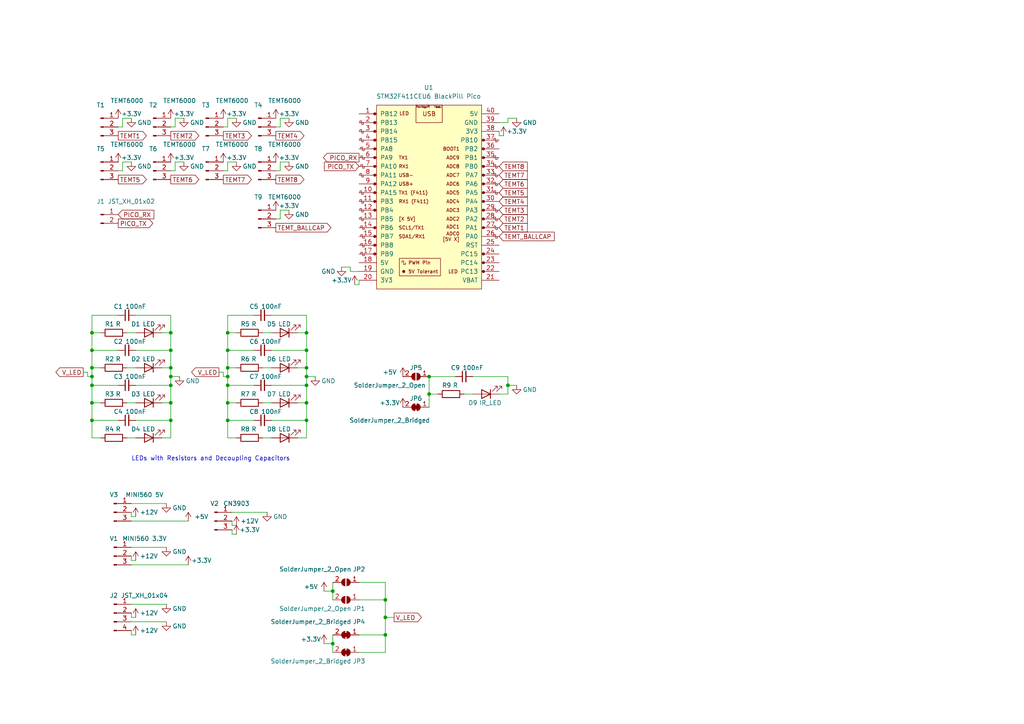
<source format=kicad_sch>
(kicad_sch (version 20230121) (generator eeschema)
  (paper "A4")
  (lib_symbols
    (symbol "Connector:Conn_01x02_Pin" (pin_names (offset 1.016) hide)
      (property "Reference" "J" (at 0 2.54 0))
      (property "Value" "Conn_01x02_Pin" (at 0 -5.08 0))
      (symbol "Conn_01x02_Pin_1_1"
        (polyline (pts (xy 1.27 -2.54) (xy 0.8636 -2.54)) (stroke (width 0.1524)))
        (polyline (pts (xy 1.27 0) (xy 0.8636 0)) (stroke (width 0.1524)))
        (rectangle (start 0.8636 -2.413) (end 0 -2.667) (stroke (width 0.1524)) (fill (type outline)))
        (rectangle (start 0.8636 0.127) (end 0 -0.127) (stroke (width 0.1524)) (fill (type outline)))
        (pin passive line (at 5.08 0 180) (length 3.81) (name "Pin_1") (number "1"))
        (pin passive line (at 5.08 -2.54 180) (length 3.81) (name "Pin_2") (number "2"))
      )
    )
    (symbol "Connector:Conn_01x03_Pin" (pin_names (offset 1.016) hide)
      (property "Reference" "J" (at 0 5.08 0))
      (property "Value" "Conn_01x03_Pin" (at 0 -5.08 0))
      (symbol "Conn_01x03_Pin_1_1"
        (polyline (pts (xy 1.27 -2.54) (xy 0.8636 -2.54)) (stroke (width 0.1524)))
        (polyline (pts (xy 1.27 0) (xy 0.8636 0)) (stroke (width 0.1524)))
        (polyline (pts (xy 1.27 2.54) (xy 0.8636 2.54)) (stroke (width 0.1524)))
        (rectangle (start 0.8636 -2.413) (end 0 -2.667) (stroke (width 0.1524)) (fill (type outline)))
        (rectangle (start 0.8636 0.127) (end 0 -0.127) (stroke (width 0.1524)) (fill (type outline)))
        (rectangle (start 0.8636 2.667) (end 0 2.413) (stroke (width 0.1524)) (fill (type outline)))
        (pin passive line (at 5.08 2.54 180) (length 3.81) (name "Pin_1") (number "1"))
        (pin passive line (at 5.08 0 180) (length 3.81) (name "Pin_2") (number "2"))
        (pin passive line (at 5.08 -2.54 180) (length 3.81) (name "Pin_3") (number "3"))
      )
    )
    (symbol "Connector:Conn_01x04_Pin" (pin_names (offset 1.016) hide)
      (property "Reference" "J" (at 0 5.08 0))
      (property "Value" "Conn_01x04_Pin" (at 0 -7.62 0))
      (symbol "Conn_01x04_Pin_1_1"
        (polyline (pts (xy 1.27 -5.08) (xy 0.8636 -5.08)) (stroke (width 0.1524)))
        (polyline (pts (xy 1.27 -2.54) (xy 0.8636 -2.54)) (stroke (width 0.1524)))
        (polyline (pts (xy 1.27 0) (xy 0.8636 0)) (stroke (width 0.1524)))
        (polyline (pts (xy 1.27 2.54) (xy 0.8636 2.54)) (stroke (width 0.1524)))
        (rectangle (start 0.8636 -4.953) (end 0 -5.207) (stroke (width 0.1524)) (fill (type outline)))
        (rectangle (start 0.8636 -2.413) (end 0 -2.667) (stroke (width 0.1524)) (fill (type outline)))
        (rectangle (start 0.8636 0.127) (end 0 -0.127) (stroke (width 0.1524)) (fill (type outline)))
        (rectangle (start 0.8636 2.667) (end 0 2.413) (stroke (width 0.1524)) (fill (type outline)))
        (pin passive line (at 5.08 2.54 180) (length 3.81) (name "Pin_1") (number "1"))
        (pin passive line (at 5.08 0 180) (length 3.81) (name "Pin_2") (number "2"))
        (pin passive line (at 5.08 -2.54 180) (length 3.81) (name "Pin_3") (number "3"))
        (pin passive line (at 5.08 -5.08 180) (length 3.81) (name "Pin_4") (number "4"))
      )
    )
    (symbol "Device:C_Small" (pin_numbers hide) (pin_names (offset 0.254) hide)
      (property "Reference" "C" (at 0.254 1.778 0))
      (property "Value" "C_Small" (at 0.254 -2.032 0))
      (symbol "C_Small_0_1"
        (polyline (pts (xy -1.524 -0.508) (xy 1.524 -0.508)) (stroke (width 0.3302)))
        (polyline (pts (xy -1.524 0.508) (xy 1.524 0.508)) (stroke (width 0.3048)))
      )
      (symbol "C_Small_1_1"
        (pin passive line (at 0 2.54 270) (length 2.032) (name "~") (number "1"))
        (pin passive line (at 0 -2.54 90) (length 2.032) (name "~") (number "2"))
      )
    )
    (symbol "Device:LED" (pin_numbers hide) (pin_names (offset 1.016) hide)
      (property "Reference" "D" (at 0 2.54 0))
      (property "Value" "LED" (at 0 -2.54 0))
      (symbol "LED_0_1"
        (polyline (pts (xy -1.27 -1.27) (xy -1.27 1.27)) (stroke (width 0.254)))
        (polyline (pts (xy -1.27 0) (xy 1.27 0)))
        (polyline (pts (xy 1.27 -1.27) (xy 1.27 1.27) (xy -1.27 0) (xy 1.27 -1.27)) (stroke (width 0.254)))
        (polyline (pts (xy -3.048 -0.762) (xy -4.572 -2.286) (xy -3.81 -2.286) (xy -4.572 -2.286) (xy -4.572 -1.524)))
        (polyline (pts (xy -1.778 -0.762) (xy -3.302 -2.286) (xy -2.54 -2.286) (xy -3.302 -2.286) (xy -3.302 -1.524)))
      )
      (symbol "LED_1_1"
        (pin passive line (at -3.81 0 0) (length 2.54) (name "K") (number "1"))
        (pin passive line (at 3.81 0 180) (length 2.54) (name "A") (number "2"))
      )
    )
    (symbol "Device:R" (pin_numbers hide) (pin_names (offset 0))
      (property "Reference" "R" (at 2.032 0 90))
      (property "Value" "R" (at 0 0 90))
      (symbol "R_0_1"
        (rectangle (start -1.016 -2.54) (end 1.016 2.54) (stroke (width 0.254)))
      )
      (symbol "R_1_1"
        (pin passive line (at 0 3.81 270) (length 1.27) (name "~") (number "1"))
        (pin passive line (at 0 -3.81 90) (length 1.27) (name "~") (number "2"))
      )
    )
    (symbol "Jumper:SolderJumper_2_Bridged" (pin_names (offset 0) hide)
      (property "Reference" "JP" (at 0 2.032 0))
      (property "Value" "SolderJumper_2_Bridged" (at 0 -2.54 0))
      (symbol "SolderJumper_2_Bridged_0_1"
        (rectangle (start -0.508 0.508) (end 0.508 -0.508) (fill (type outline)))
        (arc (start -0.254 1.016) (mid -1.2656 0) (end -0.254 -1.016))
        (arc (start -0.254 1.016) (mid -1.2656 0) (end -0.254 -1.016) (fill (type outline)))
        (polyline (pts (xy -0.254 1.016) (xy -0.254 -1.016)))
        (polyline (pts (xy 0.254 1.016) (xy 0.254 -1.016)))
        (arc (start 0.254 -1.016) (mid 1.2656 0) (end 0.254 1.016))
        (arc (start 0.254 -1.016) (mid 1.2656 0) (end 0.254 1.016) (fill (type outline)))
      )
      (symbol "SolderJumper_2_Bridged_1_1"
        (pin passive line (at -3.81 0 0) (length 2.54) (name "A") (number "1"))
        (pin passive line (at 3.81 0 180) (length 2.54) (name "B") (number "2"))
      )
    )
    (symbol "Jumper:SolderJumper_2_Open" (pin_names (offset 0) hide)
      (property "Reference" "JP" (at 0 2.032 0))
      (property "Value" "SolderJumper_2_Open" (at 0 -2.54 0))
      (symbol "SolderJumper_2_Open_0_1"
        (arc (start -0.254 1.016) (mid -1.2656 0) (end -0.254 -1.016))
        (arc (start -0.254 1.016) (mid -1.2656 0) (end -0.254 -1.016) (fill (type outline)))
        (polyline (pts (xy -0.254 1.016) (xy -0.254 -1.016)))
        (polyline (pts (xy 0.254 1.016) (xy 0.254 -1.016)))
        (arc (start 0.254 -1.016) (mid 1.2656 0) (end 0.254 1.016))
        (arc (start 0.254 -1.016) (mid 1.2656 0) (end 0.254 1.016) (fill (type outline)))
      )
      (symbol "SolderJumper_2_Open_1_1"
        (pin passive line (at -3.81 0 0) (length 2.54) (name "A") (number "1"))
        (pin passive line (at 3.81 0 180) (length 2.54) (name "B") (number "2"))
      )
    )
    (symbol "RCJ:STM32F411CEU6 WeAct BlackPill Pico" (pin_names (offset 1.016))
      (property "Reference" "U" (at -13.97 24.13 0))
      (property "Value" "STM32F411CEU6 BlackPill Pico" (at 0 -3.81 90))
      (symbol "STM32F411CEU6 WeAct BlackPill Pico_0_0"
        (circle (center -15.748 -20.32) (radius 0.3556) (fill (type outline)))
        (circle (center -15.748 -17.78) (radius 0.3556) (fill (type outline)))
        (circle (center -15.748 -15.24) (radius 0.3556) (fill (type outline)))
        (circle (center -15.748 -12.7) (radius 0.3556) (fill (type outline)))
        (circle (center -15.748 -7.62) (radius 0.3556) (fill (type outline)))
        (circle (center -15.748 -5.08) (radius 0.3556) (fill (type outline)))
        (circle (center -15.748 -2.54) (radius 0.3556) (fill (type outline)))
        (circle (center -15.748 0) (radius 0.3556) (fill (type outline)))
        (circle (center -15.748 2.54) (radius 0.3556) (fill (type outline)))
        (circle (center -15.748 5.08) (radius 0.3556) (fill (type outline)))
        (circle (center -15.748 7.62) (radius 0.3556) (fill (type outline)))
        (circle (center -15.748 10.16) (radius 0.3556) (fill (type outline)))
        (circle (center -15.748 12.7) (radius 0.3556) (fill (type outline)))
        (circle (center -15.748 15.24) (radius 0.3556) (fill (type outline)))
        (circle (center -15.748 20.32) (radius 0.3556) (fill (type outline)))
        (circle (center -7.366 -25.4) (radius 0.3556) (fill (type outline)))
        (circle (center 15.748 -25.4) (radius 0.3556) (fill (type outline)))
        (circle (center 15.748 -22.86) (radius 0.3556) (fill (type outline)))
        (circle (center 15.748 -20.32) (radius 0.3556) (fill (type outline)))
        (circle (center 15.748 -12.7) (radius 0.3556) (fill (type outline)))
        (circle (center 15.748 -10.16) (radius 0.3556) (fill (type outline)))
        (circle (center 15.748 -7.62) (radius 0.3556) (fill (type outline)))
        (circle (center 15.748 -5.08) (radius 0.3556) (fill (type outline)))
        (circle (center 15.748 -2.54) (radius 0.3556) (fill (type outline)))
        (circle (center 15.748 0) (radius 0.3556) (fill (type outline)))
        (circle (center 15.748 2.54) (radius 0.3556) (fill (type outline)))
        (circle (center 15.748 5.08) (radius 0.3556) (fill (type outline)))
        (circle (center 15.748 7.62) (radius 0.3556) (fill (type outline)))
        (circle (center 15.748 10.16) (radius 0.254) (fill (type outline)))
        (circle (center 15.748 10.16) (radius 0.3556))
        (circle (center 15.748 12.7) (radius 0.254) (fill (type outline)))
        (circle (center 15.748 12.7) (radius 0.3556))
        (text "LED" (at -7.239 20.447 0) (effects (font (size 0.9906 0.9906))))
        (text "USB" (at 0 20.32 0) (effects (font (size 1.27 1.27))))
        (text "Y@@J" (at 2.54 22.352 0) (effects (font (size 0.508 0.508))))
      )
      (symbol "STM32F411CEU6 WeAct BlackPill Pico_0_1"
        (rectangle (start -15.24 22.86) (end 15.24 -30.48) (fill (type background)))
        (rectangle (start -3.81 22.86) (end 3.81 17.78))
        (polyline (pts (xy -19.05 -10.16) (xy -19.05 -10.668) (xy -19.558 -10.668) (xy -19.558 -9.652) (xy -20.066 -9.652) (xy -20.066 -10.16)))
        (polyline (pts (xy -19.05 -7.62) (xy -19.05 -8.128) (xy -19.558 -8.128) (xy -19.558 -7.112) (xy -20.066 -7.112) (xy -20.066 -7.62)))
        (polyline (pts (xy -19.05 -5.08) (xy -19.05 -5.588) (xy -19.558 -5.588) (xy -19.558 -4.572) (xy -20.066 -4.572) (xy -20.066 -5.08)))
        (polyline (pts (xy -19.05 -2.54) (xy -19.05 -3.048) (xy -19.558 -3.048) (xy -19.558 -2.032) (xy -20.066 -2.032) (xy -20.066 -2.54)))
        (polyline (pts (xy -19.05 2.54) (xy -19.05 2.032) (xy -19.558 2.032) (xy -19.558 3.048) (xy -20.066 3.048) (xy -20.066 2.54)))
        (polyline (pts (xy -19.05 12.7) (xy -19.05 12.192) (xy -19.558 12.192) (xy -19.558 13.208) (xy -20.066 13.208) (xy -20.066 12.7)))
        (polyline (pts (xy -19.05 15.24) (xy -19.05 14.732) (xy -19.558 14.732) (xy -19.558 15.748) (xy -20.066 15.748) (xy -20.066 15.24)))
        (polyline (pts (xy -19.05 17.78) (xy -19.05 17.272) (xy -19.558 17.272) (xy -19.558 18.288) (xy -20.066 18.288) (xy -20.066 17.78)))
        (polyline (pts (xy -18.796 -20.32) (xy -18.796 -20.828) (xy -19.304 -20.828) (xy -19.304 -19.812) (xy -19.812 -19.812) (xy -19.812 -20.32)))
        (polyline (pts (xy -18.796 -17.78) (xy -18.796 -18.288) (xy -19.304 -18.288) (xy -19.304 -17.272) (xy -19.812 -17.272) (xy -19.812 -17.78)))
        (polyline (pts (xy -18.796 -15.24) (xy -18.796 -15.748) (xy -19.304 -15.748) (xy -19.304 -14.732) (xy -19.812 -14.732) (xy -19.812 -15.24)))
        (polyline (pts (xy -18.796 -12.7) (xy -18.796 -13.208) (xy -19.304 -13.208) (xy -19.304 -12.192) (xy -19.812 -12.192) (xy -19.812 -12.7)))
        (polyline (pts (xy -18.796 5.08) (xy -18.796 4.572) (xy -19.304 4.572) (xy -19.304 5.588) (xy -19.812 5.588) (xy -19.812 5.08)))
        (polyline (pts (xy -18.796 7.62) (xy -18.796 7.112) (xy -19.304 7.112) (xy -19.304 8.128) (xy -19.812 8.128) (xy -19.812 7.62)))
        (polyline (pts (xy -18.796 10.16) (xy -18.796 9.652) (xy -19.304 9.652) (xy -19.304 10.668) (xy -19.812 10.668) (xy -19.812 10.16)))
        (polyline (pts (xy -6.858 -22.86) (xy -6.858 -23.368) (xy -7.366 -23.368) (xy -7.366 -22.352) (xy -7.874 -22.352) (xy -7.874 -22.86)))
        (polyline (pts (xy 19.812 -15.24) (xy 19.812 -15.748) (xy 19.304 -15.748) (xy 19.304 -14.732) (xy 18.796 -14.732) (xy 18.796 -15.24)))
        (polyline (pts (xy 19.812 -12.7) (xy 19.812 -13.208) (xy 19.304 -13.208) (xy 19.304 -12.192) (xy 18.796 -12.192) (xy 18.796 -12.7)))
        (polyline (pts (xy 19.812 -10.16) (xy 19.812 -10.668) (xy 19.304 -10.668) (xy 19.304 -9.652) (xy 18.796 -9.652) (xy 18.796 -10.16)))
        (polyline (pts (xy 19.812 -7.62) (xy 19.812 -8.128) (xy 19.304 -8.128) (xy 19.304 -7.112) (xy 18.796 -7.112) (xy 18.796 -7.62)))
        (polyline (pts (xy 19.812 -2.54) (xy 19.812 -3.048) (xy 19.304 -3.048) (xy 19.304 -2.032) (xy 18.796 -2.032) (xy 18.796 -2.54)))
        (polyline (pts (xy 19.812 0) (xy 19.812 -0.508) (xy 19.304 -0.508) (xy 19.304 0.508) (xy 18.796 0.508) (xy 18.796 0)))
        (polyline (pts (xy 19.812 2.54) (xy 19.812 2.032) (xy 19.304 2.032) (xy 19.304 3.048) (xy 18.796 3.048) (xy 18.796 2.54)))
        (polyline (pts (xy 19.812 5.08) (xy 19.812 4.572) (xy 19.304 4.572) (xy 19.304 5.588) (xy 18.796 5.588) (xy 18.796 5.08)))
        (polyline (pts (xy 19.812 7.62) (xy 19.812 7.112) (xy 19.304 7.112) (xy 19.304 8.128) (xy 18.796 8.128) (xy 18.796 7.62)))
        (polyline (pts (xy 19.812 12.7) (xy 19.812 12.192) (xy 19.304 12.192) (xy 19.304 13.208) (xy 18.796 13.208) (xy 18.796 12.7)))
      )
      (symbol "STM32F411CEU6 WeAct BlackPill Pico_1_0"
        (rectangle (start -8.636 -21.59) (end 3.302 -26.67))
        (text "5V Tolerant" (at -6.096 -25.4 0) (effects (font (size 0.9906 0.9906)) (justify left)))
        (text "[X 5V]" (at -8.89 -10.16 0) (effects (font (size 0.9906 0.9906)) (justify left)))
        (text "ADC0\n[5V X]" (at 8.89 -15.24 0) (effects (font (size 0.9906 0.9906)) (justify right)))
        (text "ADC1" (at 8.89 -12.446 0) (effects (font (size 0.9906 0.9906)) (justify right)))
        (text "ADC2" (at 8.89 -10.16 0) (effects (font (size 0.9906 0.9906)) (justify right)))
        (text "ADC3" (at 8.89 -7.62 0) (effects (font (size 0.9906 0.9906)) (justify right)))
        (text "ADC4" (at 8.89 -5.08 0) (effects (font (size 0.9906 0.9906)) (justify right)))
        (text "ADC5" (at 8.89 -2.54 0) (effects (font (size 0.9906 0.9906)) (justify right)))
        (text "ADC6" (at 8.89 0 0) (effects (font (size 0.9906 0.9906)) (justify right)))
        (text "ADC7" (at 8.89 2.54 0) (effects (font (size 0.9906 0.9906)) (justify right)))
        (text "ADC8" (at 8.89 5.08 0) (effects (font (size 0.9906 0.9906)) (justify right)))
        (text "ADC9" (at 8.89 7.62 0) (effects (font (size 0.9906 0.9906)) (justify right)))
        (text "BOOT1" (at 8.89 10.16 0) (effects (font (size 0.9906 0.9906)) (justify right)))
        (text "LED" (at 8.382 -25.4 0) (effects (font (size 0.9906 0.9906)) (justify right)))
        (text "PorridgePi" (at -1.778 22.352 0) (effects (font (size 0.508 0.508))))
        (text "PWM Pin" (at -6.096 -22.86 0) (effects (font (size 0.9906 0.9906)) (justify left)))
        (text "RX1\n" (at -8.89 5.08 0) (effects (font (size 0.9906 0.9906)) (justify left)))
        (text "RX1 (F411)" (at -8.89 -5.08 0) (effects (font (size 0.9906 0.9906)) (justify left)))
        (text "SCL1/TX1" (at -8.89 -12.7 0) (effects (font (size 0.9906 0.9906)) (justify left)))
        (text "SDA1/RX1" (at -8.89 -15.24 0) (effects (font (size 0.9906 0.9906)) (justify left)))
        (text "TX1\n" (at -8.89 7.62 0) (effects (font (size 0.9906 0.9906)) (justify left)))
        (text "TX1 (F411)\n" (at -8.89 -2.54 0) (effects (font (size 0.9906 0.9906)) (justify left)))
        (text "USB+" (at -8.89 0 0) (effects (font (size 0.9906 0.9906)) (justify left)))
        (text "USB-" (at -8.89 2.54 0) (effects (font (size 0.9906 0.9906)) (justify left)))
      )
      (symbol "STM32F411CEU6 WeAct BlackPill Pico_1_1"
        (circle (center -15.748 17.78) (radius 0.3556) (fill (type outline)))
        (pin bidirectional line (at -20.32 20.32 0) (length 5.08) (name "PB12") (number "1"))
        (pin bidirectional line (at -20.32 -2.54 0) (length 5.08) (name "PA15") (number "10"))
        (pin bidirectional line (at -20.32 -5.08 0) (length 5.08) (name "PB3") (number "11"))
        (pin bidirectional line (at -20.32 -7.62 0) (length 5.08) (name "PB4") (number "12"))
        (pin bidirectional line (at -20.32 -10.16 0) (length 5.08) (name "PB5") (number "13"))
        (pin bidirectional line (at -20.32 -12.7 0) (length 5.08) (name "PB6") (number "14"))
        (pin bidirectional line (at -20.32 -15.24 0) (length 5.08) (name "PB7") (number "15"))
        (pin bidirectional line (at -20.32 -17.78 0) (length 5.08) (name "PB8") (number "16"))
        (pin bidirectional line (at -20.32 -20.32 0) (length 5.08) (name "PB9") (number "17"))
        (pin power_in line (at -20.32 -22.86 0) (length 5.08) (name "5V") (number "18"))
        (pin power_in line (at -20.32 -25.4 0) (length 5.08) (name "GND") (number "19"))
        (pin bidirectional line (at -20.32 17.78 0) (length 5.08) (name "PB13") (number "2"))
        (pin power_in line (at -20.32 -27.94 0) (length 5.08) (name "3V3") (number "20"))
        (pin power_in line (at 20.32 -27.94 180) (length 5.08) (name "VBAT") (number "21"))
        (pin bidirectional line (at 20.32 -25.4 180) (length 5.08) (name "PC13") (number "22"))
        (pin bidirectional line (at 20.32 -22.86 180) (length 5.08) (name "PC14") (number "23"))
        (pin bidirectional line (at 20.32 -20.32 180) (length 5.08) (name "PC15") (number "24"))
        (pin input line (at 20.32 -17.78 180) (length 5.08) (name "RST") (number "25"))
        (pin bidirectional line (at 20.32 -15.24 180) (length 5.08) (name "PA0") (number "26"))
        (pin bidirectional line (at 20.32 -12.7 180) (length 5.08) (name "PA1") (number "27"))
        (pin bidirectional line (at 20.32 -10.16 180) (length 5.08) (name "PA2") (number "28"))
        (pin bidirectional line (at 20.32 -7.62 180) (length 5.08) (name "PA3") (number "29"))
        (pin bidirectional line (at -20.32 15.24 0) (length 5.08) (name "PB14") (number "3"))
        (pin bidirectional line (at 20.32 -5.08 180) (length 5.08) (name "PA4") (number "30"))
        (pin bidirectional line (at 20.32 -2.54 180) (length 5.08) (name "PA5") (number "31"))
        (pin bidirectional line (at 20.32 0 180) (length 5.08) (name "PA6") (number "32"))
        (pin bidirectional line (at 20.32 2.54 180) (length 5.08) (name "PA7") (number "33"))
        (pin bidirectional line (at 20.32 5.08 180) (length 5.08) (name "PB0") (number "34"))
        (pin bidirectional line (at 20.32 7.62 180) (length 5.08) (name "PB1") (number "35"))
        (pin bidirectional line (at 20.32 10.16 180) (length 5.08) (name "PB2") (number "36"))
        (pin bidirectional line (at 20.32 12.7 180) (length 5.08) (name "PB10") (number "37"))
        (pin power_in line (at 20.32 15.24 180) (length 5.08) (name "3V3") (number "38"))
        (pin power_in line (at 20.32 17.78 180) (length 5.08) (name "GND") (number "39"))
        (pin bidirectional line (at -20.32 12.7 0) (length 5.08) (name "PB15") (number "4"))
        (pin power_in line (at 20.32 20.32 180) (length 5.08) (name "5V") (number "40"))
        (pin bidirectional line (at -20.32 10.16 0) (length 5.08) (name "PA8") (number "5"))
        (pin bidirectional line (at -20.32 7.62 0) (length 5.08) (name "PA9") (number "6"))
        (pin bidirectional line (at -20.32 5.08 0) (length 5.08) (name "PA10") (number "7"))
        (pin bidirectional line (at -20.32 2.54 0) (length 5.08) (name "PA11") (number "8"))
        (pin bidirectional line (at -20.32 0 0) (length 5.08) (name "PA12") (number "9"))
      )
    )
    (symbol "power:+12V" (power) (pin_names (offset 0))
      (property "Value" "+12V" (at 0 3.556 0))
      (symbol "+12V_0_1"
        (polyline (pts (xy -0.762 1.27) (xy 0 2.54)))
        (polyline (pts (xy 0 0) (xy 0 2.54)))
        (polyline (pts (xy 0 2.54) (xy 0.762 1.27)))
      )
      (symbol "+12V_1_1"
        (pin power_in line (at 0 0 90) (length 0) hide (name "+12V") (number "1"))
      )
    )
    (symbol "power:+3.3V" (power) (pin_names (offset 0))
      (property "Value" "+3.3V" (at 0 3.556 0))
      (symbol "+3.3V_0_1"
        (polyline (pts (xy -0.762 1.27) (xy 0 2.54)))
        (polyline (pts (xy 0 0) (xy 0 2.54)))
        (polyline (pts (xy 0 2.54) (xy 0.762 1.27)))
      )
      (symbol "+3.3V_1_1"
        (pin power_in line (at 0 0 90) (length 0) hide (name "+3.3V") (number "1"))
      )
    )
    (symbol "power:+5V" (power) (pin_names (offset 0))
      (property "Value" "+5V" (at 0 3.556 0))
      (symbol "+5V_0_1"
        (polyline (pts (xy -0.762 1.27) (xy 0 2.54)))
        (polyline (pts (xy 0 0) (xy 0 2.54)))
        (polyline (pts (xy 0 2.54) (xy 0.762 1.27)))
      )
      (symbol "+5V_1_1"
        (pin power_in line (at 0 0 90) (length 0) hide (name "+5V") (number "1"))
      )
    )
    (symbol "power:GND" (power) (pin_names (offset 0))
      (property "Value" "GND" (at 0 -3.81 0))
      (symbol "GND_0_1"
        (polyline (pts (xy 0 0) (xy 0 -1.27) (xy 1.27 -1.27) (xy 0 -2.54) (xy -1.27 -1.27) (xy 0 -1.27)))
      )
      (symbol "GND_1_1"
        (pin power_in line (at 0 0 270) (length 0) hide (name "GND") (number "1"))
      )
    )
  )
  (junction (at 66.04 111.76))
  (junction (at 111.76 184.15))
  (junction (at 124.46 114.3))
  (junction (at 66.04 96.52))
  (junction (at 26.67 106.68))
  (junction (at 26.67 101.6))
  (junction (at 49.53 111.76))
  (junction (at 88.9 101.6))
  (junction (at 66.04 101.6))
  (junction (at 66.04 106.68))
  (junction (at 66.04 121.92))
  (junction (at 26.67 121.92))
  (junction (at 111.76 179.07))
  (junction (at 96.52 171.45))
  (junction (at 88.9 111.76))
  (junction (at 49.53 101.6))
  (junction (at 66.04 109.22))
  (junction (at 49.53 96.52))
  (junction (at 96.52 186.69))
  (junction (at 49.53 121.92))
  (junction (at 88.9 116.84))
  (junction (at 88.9 106.68))
  (junction (at 49.53 106.68))
  (junction (at 26.67 116.84))
  (junction (at 88.9 96.52))
  (junction (at 124.46 109.22))
  (junction (at 26.67 109.22))
  (junction (at 26.67 111.76))
  (junction (at 49.53 116.84))
  (junction (at 49.53 109.22))
  (junction (at 147.32 111.76))
  (junction (at 88.9 109.22))
  (junction (at 66.04 116.84))
  (junction (at 111.76 173.99))
  (junction (at 88.9 121.92))
  (junction (at 26.67 96.52))
  (wire (pts (xy 39.37 179.07) (xy 38.1 179.07)))
  (wire (pts (xy 36.83 96.52) (xy 39.37 96.52)))
  (wire (pts (xy 46.99 127) (xy 49.53 127)))
  (wire (pts (xy 80.01 36.83) (xy 81.28 36.83)))
  (wire (pts (xy 101.6 78.74) (xy 104.14 78.74)))
  (wire (pts (xy 88.9 101.6) (xy 88.9 96.52)))
  (wire (pts (xy 26.67 106.68) (xy 29.21 106.68)))
  (wire (pts (xy 38.1 162.56) (xy 38.1 161.29)))
  (wire (pts (xy 147.32 34.29) (xy 147.32 35.56)))
  (wire (pts (xy 39.37 184.15) (xy 38.1 184.15)))
  (wire (pts (xy 80.01 63.5) (xy 81.28 63.5)))
  (wire (pts (xy 38.1 149.86) (xy 38.1 148.59)))
  (wire (pts (xy 66.04 46.99) (xy 68.58 46.99)))
  (wire (pts (xy 26.67 127) (xy 29.21 127)))
  (wire (pts (xy 96.52 171.45) (xy 96.52 173.99)))
  (wire (pts (xy 147.32 35.56) (xy 144.78 35.56)))
  (wire (pts (xy 101.6 78.74) (xy 101.6 77.47)))
  (wire (pts (xy 134.62 114.3) (xy 137.16 114.3)))
  (wire (pts (xy 46.99 106.68) (xy 49.53 106.68)))
  (wire (pts (xy 104.14 189.23) (xy 111.76 189.23)))
  (wire (pts (xy 78.74 91.44) (xy 88.9 91.44)))
  (wire (pts (xy 81.28 34.29) (xy 83.82 34.29)))
  (wire (pts (xy 39.37 101.6) (xy 49.53 101.6)))
  (wire (pts (xy 66.04 91.44) (xy 73.66 91.44)))
  (wire (pts (xy 26.67 121.92) (xy 34.29 121.92)))
  (wire (pts (xy 96.52 171.45) (xy 93.98 171.45)))
  (wire (pts (xy 38.1 146.05) (xy 48.26 146.05)))
  (wire (pts (xy 34.29 49.53) (xy 35.56 49.53)))
  (wire (pts (xy 81.28 46.99) (xy 83.82 46.99)))
  (wire (pts (xy 49.53 121.92) (xy 49.53 127)))
  (wire (pts (xy 88.9 121.92) (xy 88.9 116.84)))
  (wire (pts (xy 124.46 118.11) (xy 124.46 114.3)))
  (wire (pts (xy 66.04 116.84) (xy 66.04 121.92)))
  (wire (pts (xy 35.56 46.99) (xy 38.1 46.99)))
  (wire (pts (xy 81.28 63.5) (xy 81.28 60.96)))
  (wire (pts (xy 111.76 184.15) (xy 111.76 179.07)))
  (wire (pts (xy 50.8 34.29) (xy 53.34 34.29)))
  (wire (pts (xy 66.04 36.83) (xy 66.04 34.29)))
  (wire (pts (xy 78.74 101.6) (xy 88.9 101.6)))
  (wire (pts (xy 46.99 116.84) (xy 49.53 116.84)))
  (wire (pts (xy 35.56 36.83) (xy 35.56 34.29)))
  (wire (pts (xy 66.04 121.92) (xy 66.04 127)))
  (wire (pts (xy 76.2 127) (xy 78.74 127)))
  (wire (pts (xy 86.36 106.68) (xy 88.9 106.68)))
  (wire (pts (xy 64.77 107.95) (xy 64.77 109.22)))
  (wire (pts (xy 86.36 116.84) (xy 88.9 116.84)))
  (wire (pts (xy 38.1 151.13) (xy 54.61 151.13)))
  (wire (pts (xy 66.04 101.6) (xy 66.04 106.68)))
  (wire (pts (xy 88.9 91.44) (xy 88.9 96.52)))
  (wire (pts (xy 26.67 116.84) (xy 29.21 116.84)))
  (wire (pts (xy 39.37 111.76) (xy 49.53 111.76)))
  (wire (pts (xy 26.67 96.52) (xy 26.67 101.6)))
  (wire (pts (xy 96.52 186.69) (xy 93.98 186.69)))
  (wire (pts (xy 38.1 158.75) (xy 48.26 158.75)))
  (wire (pts (xy 124.46 114.3) (xy 127 114.3)))
  (wire (pts (xy 66.04 111.76) (xy 66.04 116.84)))
  (wire (pts (xy 111.76 184.15) (xy 104.14 184.15)))
  (wire (pts (xy 66.04 91.44) (xy 66.04 96.52)))
  (wire (pts (xy 80.01 49.53) (xy 81.28 49.53)))
  (wire (pts (xy 64.77 109.22) (xy 66.04 109.22)))
  (wire (pts (xy 81.28 60.96) (xy 83.82 60.96)))
  (wire (pts (xy 26.67 101.6) (xy 34.29 101.6)))
  (wire (pts (xy 49.53 36.83) (xy 50.8 36.83)))
  (wire (pts (xy 38.1 180.34) (xy 48.26 180.34)))
  (wire (pts (xy 124.46 109.22) (xy 132.08 109.22)))
  (wire (pts (xy 34.29 36.83) (xy 35.56 36.83)))
  (wire (pts (xy 50.8 46.99) (xy 53.34 46.99)))
  (wire (pts (xy 49.53 49.53) (xy 50.8 49.53)))
  (wire (pts (xy 66.04 111.76) (xy 73.66 111.76)))
  (wire (pts (xy 81.28 36.83) (xy 81.28 34.29)))
  (wire (pts (xy 38.1 179.07) (xy 38.1 177.8)))
  (wire (pts (xy 76.2 106.68) (xy 78.74 106.68)))
  (wire (pts (xy 39.37 149.86) (xy 38.1 149.86)))
  (wire (pts (xy 64.77 36.83) (xy 66.04 36.83)))
  (wire (pts (xy 36.83 116.84) (xy 39.37 116.84)))
  (wire (pts (xy 67.31 154.94) (xy 68.58 154.94)))
  (wire (pts (xy 147.32 111.76) (xy 149.86 111.76)))
  (wire (pts (xy 50.8 36.83) (xy 50.8 34.29)))
  (wire (pts (xy 102.87 82.55) (xy 104.14 82.55)))
  (wire (pts (xy 147.32 109.22) (xy 147.32 111.76)))
  (wire (pts (xy 35.56 34.29) (xy 38.1 34.29)))
  (wire (pts (xy 67.31 152.4) (xy 67.31 151.13)))
  (wire (pts (xy 39.37 121.92) (xy 49.53 121.92)))
  (wire (pts (xy 39.37 162.56) (xy 38.1 162.56)))
  (wire (pts (xy 26.67 111.76) (xy 34.29 111.76)))
  (wire (pts (xy 49.53 109.22) (xy 49.53 106.68)))
  (wire (pts (xy 66.04 49.53) (xy 66.04 46.99)))
  (wire (pts (xy 88.9 111.76) (xy 88.9 109.22)))
  (wire (pts (xy 88.9 111.76) (xy 88.9 116.84)))
  (wire (pts (xy 25.4 109.22) (xy 26.67 109.22)))
  (wire (pts (xy 104.14 82.55) (xy 104.14 81.28)))
  (wire (pts (xy 149.86 34.29) (xy 147.32 34.29)))
  (wire (pts (xy 26.67 96.52) (xy 29.21 96.52)))
  (wire (pts (xy 146.05 39.37) (xy 144.78 39.37)))
  (wire (pts (xy 114.3 179.07) (xy 111.76 179.07)))
  (wire (pts (xy 64.77 107.95) (xy 63.5 107.95)))
  (wire (pts (xy 147.32 111.76) (xy 147.32 114.3)))
  (wire (pts (xy 96.52 168.91) (xy 96.52 171.45)))
  (wire (pts (xy 88.9 101.6) (xy 88.9 106.68)))
  (wire (pts (xy 96.52 189.23) (xy 96.52 186.69)))
  (wire (pts (xy 101.6 77.47) (xy 99.06 77.47)))
  (wire (pts (xy 26.67 91.44) (xy 34.29 91.44)))
  (wire (pts (xy 137.16 109.22) (xy 147.32 109.22)))
  (wire (pts (xy 26.67 109.22) (xy 26.67 111.76)))
  (wire (pts (xy 26.67 91.44) (xy 26.67 96.52)))
  (wire (pts (xy 88.9 109.22) (xy 88.9 106.68)))
  (wire (pts (xy 38.1 175.26) (xy 48.26 175.26)))
  (wire (pts (xy 46.99 96.52) (xy 49.53 96.52)))
  (wire (pts (xy 66.04 101.6) (xy 73.66 101.6)))
  (wire (pts (xy 66.04 96.52) (xy 66.04 101.6)))
  (wire (pts (xy 66.04 109.22) (xy 66.04 111.76)))
  (wire (pts (xy 26.67 116.84) (xy 26.67 121.92)))
  (wire (pts (xy 66.04 116.84) (xy 68.58 116.84)))
  (wire (pts (xy 68.58 152.4) (xy 67.31 152.4)))
  (wire (pts (xy 86.36 127) (xy 88.9 127)))
  (wire (pts (xy 36.83 127) (xy 39.37 127)))
  (wire (pts (xy 49.53 111.76) (xy 49.53 109.22)))
  (wire (pts (xy 25.4 107.95) (xy 25.4 109.22)))
  (wire (pts (xy 49.53 91.44) (xy 49.53 96.52)))
  (wire (pts (xy 66.04 106.68) (xy 66.04 109.22)))
  (wire (pts (xy 76.2 96.52) (xy 78.74 96.52)))
  (wire (pts (xy 78.74 121.92) (xy 88.9 121.92)))
  (wire (pts (xy 66.04 127) (xy 68.58 127)))
  (wire (pts (xy 111.76 189.23) (xy 111.76 184.15)))
  (wire (pts (xy 38.1 163.83) (xy 54.61 163.83)))
  (wire (pts (xy 111.76 179.07) (xy 111.76 173.99)))
  (wire (pts (xy 111.76 173.99) (xy 111.76 168.91)))
  (wire (pts (xy 67.31 153.67) (xy 67.31 154.94)))
  (wire (pts (xy 96.52 186.69) (xy 96.52 184.15)))
  (wire (pts (xy 88.9 109.22) (xy 91.44 109.22)))
  (wire (pts (xy 26.67 111.76) (xy 26.67 116.84)))
  (wire (pts (xy 81.28 49.53) (xy 81.28 46.99)))
  (wire (pts (xy 66.04 106.68) (xy 68.58 106.68)))
  (wire (pts (xy 124.46 109.22) (xy 124.46 114.3)))
  (wire (pts (xy 66.04 121.92) (xy 73.66 121.92)))
  (wire (pts (xy 49.53 101.6) (xy 49.53 106.68)))
  (wire (pts (xy 49.53 111.76) (xy 49.53 116.84)))
  (wire (pts (xy 111.76 168.91) (xy 104.14 168.91)))
  (wire (pts (xy 66.04 96.52) (xy 68.58 96.52)))
  (wire (pts (xy 24.13 107.95) (xy 25.4 107.95)))
  (wire (pts (xy 49.53 109.22) (xy 52.07 109.22)))
  (wire (pts (xy 88.9 121.92) (xy 88.9 127)))
  (wire (pts (xy 144.78 39.37) (xy 144.78 38.1)))
  (wire (pts (xy 50.8 49.53) (xy 50.8 46.99)))
  (wire (pts (xy 86.36 96.52) (xy 88.9 96.52)))
  (wire (pts (xy 26.67 106.68) (xy 26.67 109.22)))
  (wire (pts (xy 35.56 49.53) (xy 35.56 46.99)))
  (wire (pts (xy 36.83 106.68) (xy 39.37 106.68)))
  (wire (pts (xy 66.04 34.29) (xy 68.58 34.29)))
  (wire (pts (xy 76.2 116.84) (xy 78.74 116.84)))
  (wire (pts (xy 144.78 114.3) (xy 147.32 114.3)))
  (wire (pts (xy 67.31 148.59) (xy 77.47 148.59)))
  (wire (pts (xy 49.53 96.52) (xy 49.53 101.6)))
  (wire (pts (xy 38.1 184.15) (xy 38.1 182.88)))
  (wire (pts (xy 104.14 173.99) (xy 111.76 173.99)))
  (wire (pts (xy 26.67 121.92) (xy 26.67 127)))
  (wire (pts (xy 39.37 91.44) (xy 49.53 91.44)))
  (wire (pts (xy 64.77 49.53) (xy 66.04 49.53)))
  (wire (pts (xy 49.53 121.92) (xy 49.53 116.84)))
  (wire (pts (xy 26.67 101.6) (xy 26.67 106.68)))
  (wire (pts (xy 78.74 111.76) (xy 88.9 111.76)))
  (text "LEDs with Resistors and Decoupling Capacitors\n\n" (at 38.1 135.89 0) (effects (font (size 1.27 1.27)) (justify left bottom)))
  (global_label "TEMT1" (shape input) (at 144.78 66.04 0) (property "Intersheetrefs" "${INTERSHEET_REFS}" (effects hide)))
  (global_label "TEMT6" (shape output) (at 49.53 52.07 0) (property "Intersheetrefs" "${INTERSHEET_REFS}" (effects hide)))
  (global_label "PICO_TX" (shape output) (at 34.29 64.77 0) (property "Intersheetrefs" "${INTERSHEET_REFS}" (effects hide)))
  (global_label "TEMT3" (shape output) (at 64.77 39.37 0) (property "Intersheetrefs" "${INTERSHEET_REFS}" (effects hide)))
  (global_label "V_LED" (shape output) (at 63.5 107.95 180) (property "Intersheetrefs" "${INTERSHEET_REFS}" (effects hide)))
  (global_label "TEMT5" (shape input) (at 144.78 55.88 0) (property "Intersheetrefs" "${INTERSHEET_REFS}" (effects hide)))
  (global_label "V_LED" (shape output) (at 24.13 107.95 180) (property "Intersheetrefs" "${INTERSHEET_REFS}" (effects hide)))
  (global_label "TEMT_BALLCAP" (shape output) (at 80.01 66.04 0) (property "Intersheetrefs" "${INTERSHEET_REFS}" (effects hide)))
  (global_label "TEMT6" (shape input) (at 144.78 53.34 0) (property "Intersheetrefs" "${INTERSHEET_REFS}" (effects hide)))
  (global_label "TEMT4" (shape input) (at 144.78 58.42 0) (property "Intersheetrefs" "${INTERSHEET_REFS}" (effects hide)))
  (global_label "TEMT2" (shape input) (at 144.78 63.5 0) (property "Intersheetrefs" "${INTERSHEET_REFS}" (effects hide)))
  (global_label "TEMT1" (shape output) (at 34.29 39.37 0) (property "Intersheetrefs" "${INTERSHEET_REFS}" (effects hide)))
  (global_label "TEMT8" (shape input) (at 144.78 48.26 0) (property "Intersheetrefs" "${INTERSHEET_REFS}" (effects hide)))
  (global_label "TEMT2" (shape output) (at 49.53 39.37 0) (property "Intersheetrefs" "${INTERSHEET_REFS}" (effects hide)))
  (global_label "TEMT4" (shape output) (at 80.01 39.37 0) (property "Intersheetrefs" "${INTERSHEET_REFS}" (effects hide)))
  (global_label "TEMT7" (shape output) (at 64.77 52.07 0) (property "Intersheetrefs" "${INTERSHEET_REFS}" (effects hide)))
  (global_label "TEMT7" (shape input) (at 144.78 50.8 0) (property "Intersheetrefs" "${INTERSHEET_REFS}" (effects hide)))
  (global_label "TEMT3" (shape input) (at 144.78 60.96 0) (property "Intersheetrefs" "${INTERSHEET_REFS}" (effects hide)))
  (global_label "PICO_TX" (shape input) (at 104.14 48.26 180) (property "Intersheetrefs" "${INTERSHEET_REFS}" (effects hide)))
  (global_label "PICO_RX" (shape output) (at 104.14 45.72 180) (property "Intersheetrefs" "${INTERSHEET_REFS}" (effects hide)))
  (global_label "TEMT_BALLCAP" (shape input) (at 144.78 68.58 0) (property "Intersheetrefs" "${INTERSHEET_REFS}" (effects hide)))
  (global_label "V_LED" (shape output) (at 114.3 179.07 0) (property "Intersheetrefs" "${INTERSHEET_REFS}" (effects hide)))
  (global_label "TEMT5" (shape output) (at 34.29 52.07 0) (property "Intersheetrefs" "${INTERSHEET_REFS}" (effects hide)))
  (global_label "TEMT8" (shape output) (at 80.01 52.07 0) (property "Intersheetrefs" "${INTERSHEET_REFS}" (effects hide)))
  (global_label "PICO_RX" (shape input) (at 34.29 62.23 0) (property "Intersheetrefs" "${INTERSHEET_REFS}" (effects hide)))
  (symbol (lib_id "power:+3.3V") (at 34.29 34.29 0) (unit 1)
    (property "Reference" "#PWR015" (effects hide))
    (property "Value" "+3.3V" (at 38.1 33.02 0))
  )
  (symbol (lib_id "power:+12V") (at 39.37 149.86 0) (unit 1)
    (property "Reference" "#PWR041" (effects hide))
    (property "Value" "+12V" (at 43.18 148.59 0))
  )
  (symbol (lib_id "Device:R") (at 72.39 106.68 90) (unit 1)
    (property "Reference" "R6" (at 71.12 104.14 90))
    (property "Value" "R" (at 73.66 104.14 90))
    (property "Footprint" "Resistor_SMD:R_0201_0603Metric_Pad0.64x0.40mm_HandSolder" (effects hide))
  )
  (symbol (lib_id "power:+3.3V") (at 49.53 34.29 0) (unit 1)
    (property "Reference" "#PWR017" (effects hide))
    (property "Value" "+3.3V" (at 53.34 33.02 0))
  )
  (symbol (lib_id "Connector:Conn_01x03_Pin") (at 29.21 36.83 0) (unit 1)
    (property "Reference" "T1" (at 29.21 30.48 0))
    (property "Value" "TEMT6000" (at 36.83 29.21 0))
    (property "Footprint" "components:TEMT6000" (effects hide))
  )
  (symbol (lib_id "Jumper:SolderJumper_2_Open") (at 100.33 168.91 180) (unit 1)
    (property "Reference" "JP2" (at 104.14 165.1 0))
    (property "Value" "SolderJumper_2_Open" (at 91.44 165.1 0))
    (property "Footprint" "Jumper:SolderJumper-2_P1.3mm_Open_RoundedPad1.0x1.5mm" (effects hide))
  )
  (symbol (lib_id "power:GND") (at 91.44 109.22 0) (unit 1)
    (property "Reference" "#PWR010" (effects hide))
    (property "Value" "GND" (at 95.25 110.49 0))
  )
  (symbol (lib_id "power:+3.3V") (at 68.58 154.94 0) (unit 1)
    (property "Reference" "#PWR037" (effects hide))
    (property "Value" "+3.3V" (at 72.39 153.67 0))
  )
  (symbol (lib_id "Device:LED") (at 43.18 96.52 180) (unit 1)
    (property "Reference" "D1" (at 39.37 93.98 0))
    (property "Value" "LED" (at 43.18 93.98 0))
    (property "Footprint" "components:LED-6028" (effects hide))
  )
  (symbol (lib_id "power:+3.3V") (at 54.61 163.83 0) (unit 1)
    (property "Reference" "#PWR039" (effects hide))
    (property "Value" "+3.3V" (at 58.42 162.56 0))
  )
  (symbol (lib_id "Device:C_Small") (at 76.2 121.92 90) (unit 1)
    (property "Reference" "C8" (at 73.66 119.38 90))
    (property "Value" "100nF" (at 78.74 119.38 90))
    (property "Footprint" "Capacitor_SMD:C_0201_0603Metric_Pad0.64x0.40mm_HandSolder" (effects hide))
  )
  (symbol (lib_id "Device:R") (at 33.02 116.84 90) (unit 1)
    (property "Reference" "R3" (at 31.75 114.3 90))
    (property "Value" "R" (at 34.29 114.3 90))
    (property "Footprint" "Resistor_SMD:R_0201_0603Metric_Pad0.64x0.40mm_HandSolder" (effects hide))
  )
  (symbol (lib_id "power:+3.3V") (at 80.01 46.99 0) (unit 1)
    (property "Reference" "#PWR043" (effects hide))
    (property "Value" "+3.3V" (at 83.82 45.72 0))
  )
  (symbol (lib_id "Connector:Conn_01x03_Pin") (at 44.45 49.53 0) (unit 1)
    (property "Reference" "T6" (at 44.45 43.18 0))
    (property "Value" "TEMT6000" (at 52.07 41.91 0))
    (property "Footprint" "components:TEMT6000" (effects hide))
  )
  (symbol (lib_id "power:GND") (at 149.86 34.29 0) (unit 1)
    (property "Reference" "#PWR03" (effects hide))
    (property "Value" "GND" (at 153.67 35.56 0))
  )
  (symbol (lib_id "power:GND") (at 53.34 46.99 0) (unit 1)
    (property "Reference" "#PWR022" (effects hide))
    (property "Value" "GND" (at 57.15 48.26 0))
  )
  (symbol (lib_id "power:GND") (at 48.26 175.26 0) (unit 1)
    (property "Reference" "#PWR031" (effects hide))
    (property "Value" "GND" (at 52.07 176.53 0))
  )
  (symbol (lib_id "Jumper:SolderJumper_2_Bridged") (at 120.65 118.11 180) (unit 1)
    (property "Reference" "JP6" (at 120.65 115.57 0))
    (property "Value" "SolderJumper_2_Bridged" (at 113.03 121.92 0))
    (property "Footprint" "Jumper:SolderJumper-2_P1.3mm_Bridged2Bar_RoundedPad1.0x1.5mm" (effects hide))
  )
  (symbol (lib_id "Connector:Conn_01x03_Pin") (at 59.69 36.83 0) (unit 1)
    (property "Reference" "T3" (at 59.69 30.48 0))
    (property "Value" "TEMT6000" (at 67.31 29.21 0))
    (property "Footprint" "components:TEMT6000" (effects hide))
  )
  (symbol (lib_id "Device:C_Small") (at 36.83 101.6 90) (unit 1)
    (property "Reference" "C2" (at 34.29 99.06 90))
    (property "Value" "100nF" (at 39.37 99.06 90))
    (property "Footprint" "Capacitor_SMD:C_0201_0603Metric_Pad0.64x0.40mm_HandSolder" (effects hide))
  )
  (symbol (lib_id "power:+3.3V") (at 93.98 186.69 0) (unit 1)
    (property "Reference" "#PWR013" (effects hide))
    (property "Value" "+3.3V" (at 90.17 185.42 0))
  )
  (symbol (lib_id "Device:LED") (at 43.18 116.84 180) (unit 1)
    (property "Reference" "D3" (at 39.37 114.3 0))
    (property "Value" "LED" (at 43.18 114.3 0))
    (property "Footprint" "components:LED-6028" (effects hide))
  )
  (symbol (lib_id "Device:R") (at 72.39 127 90) (unit 1)
    (property "Reference" "R8" (at 71.12 124.46 90))
    (property "Value" "R" (at 73.66 124.46 90))
    (property "Footprint" "Resistor_SMD:R_0201_0603Metric_Pad0.64x0.40mm_HandSolder" (effects hide))
  )
  (symbol (lib_id "power:+3.3V") (at 34.29 46.99 0) (unit 1)
    (property "Reference" "#PWR019" (effects hide))
    (property "Value" "+3.3V" (at 38.1 45.72 0))
  )
  (symbol (lib_id "power:GND") (at 77.47 148.59 0) (unit 1)
    (property "Reference" "#PWR036" (effects hide))
    (property "Value" "GND" (at 81.28 149.86 0))
  )
  (symbol (lib_id "Device:C_Small") (at 36.83 91.44 90) (unit 1)
    (property "Reference" "C1" (at 34.29 88.9 90))
    (property "Value" "100nF" (at 39.37 88.9 90))
    (property "Footprint" "Capacitor_SMD:C_0201_0603Metric_Pad0.64x0.40mm_HandSolder" (effects hide))
  )
  (symbol (lib_id "power:GND") (at 149.86 111.76 0) (unit 1)
    (property "Reference" "#PWR030" (effects hide))
    (property "Value" "GND" (at 153.67 113.03 0))
  )
  (symbol (lib_id "Device:C_Small") (at 36.83 111.76 90) (unit 1)
    (property "Reference" "C3" (at 34.29 109.22 90))
    (property "Value" "100nF" (at 39.37 109.22 90))
    (property "Footprint" "Capacitor_SMD:C_0201_0603Metric_Pad0.64x0.40mm_HandSolder" (effects hide))
  )
  (symbol (lib_id "power:GND") (at 68.58 34.29 0) (unit 1)
    (property "Reference" "#PWR016" (effects hide))
    (property "Value" "GND" (at 72.39 35.56 0))
  )
  (symbol (lib_id "Jumper:SolderJumper_2_Bridged") (at 100.33 184.15 180) (unit 1)
    (property "Reference" "JP4" (at 104.14 180.34 0))
    (property "Value" "SolderJumper_2_Bridged" (at 90.17 180.34 0))
    (property "Footprint" "Jumper:SolderJumper-2_P1.3mm_Bridged2Bar_RoundedPad1.0x1.5mm" (effects hide))
  )
  (symbol (lib_id "power:GND") (at 38.1 46.99 0) (unit 1)
    (property "Reference" "#PWR020" (effects hide))
    (property "Value" "GND" (at 41.91 48.26 0))
  )
  (symbol (lib_id "power:+12V") (at 39.37 179.07 0) (unit 1)
    (property "Reference" "#PWR033" (effects hide))
    (property "Value" "+12V" (at 43.18 177.8 0))
  )
  (symbol (lib_id "power:+3.3V") (at 102.87 82.55 0) (unit 1)
    (property "Reference" "#PWR05" (effects hide))
    (property "Value" "+3.3V" (at 99.06 81.28 0))
  )
  (symbol (lib_id "power:GND") (at 83.82 46.99 0) (unit 1)
    (property "Reference" "#PWR026" (effects hide))
    (property "Value" "GND" (at 87.63 48.26 0))
  )
  (symbol (lib_id "power:+5V") (at 54.61 151.13 0) (unit 1)
    (property "Reference" "#PWR044" (effects hide))
    (property "Value" "+5V" (at 58.42 149.86 0))
  )
  (symbol (lib_id "Device:C_Small") (at 76.2 101.6 90) (unit 1)
    (property "Reference" "C6" (at 73.66 99.06 90))
    (property "Value" "100nF" (at 78.74 99.06 90))
    (property "Footprint" "Capacitor_SMD:C_0201_0603Metric_Pad0.64x0.40mm_HandSolder" (effects hide))
  )
  (symbol (lib_id "power:+12V") (at 39.37 184.15 0) (unit 1)
    (property "Reference" "#PWR034" (effects hide))
    (property "Value" "+12V" (at 43.18 182.88 0))
  )
  (symbol (lib_id "Device:C_Small") (at 76.2 111.76 90) (unit 1)
    (property "Reference" "C7" (at 73.66 109.22 90))
    (property "Value" "100nF" (at 78.74 109.22 90))
    (property "Footprint" "Capacitor_SMD:C_0201_0603Metric_Pad0.64x0.40mm_HandSolder" (effects hide))
  )
  (symbol (lib_id "Device:LED") (at 43.18 127 180) (unit 1)
    (property "Reference" "D4" (at 39.37 124.46 0))
    (property "Value" "LED" (at 43.18 124.46 0))
    (property "Footprint" "components:LED-6028" (effects hide))
  )
  (symbol (lib_id "power:GND") (at 68.58 46.99 0) (unit 1)
    (property "Reference" "#PWR024" (effects hide))
    (property "Value" "GND" (at 72.39 48.26 0))
  )
  (symbol (lib_id "power:+3.3V") (at 146.05 39.37 0) (unit 1)
    (property "Reference" "#PWR02" (effects hide))
    (property "Value" "+3.3V" (at 149.86 38.1 0))
  )
  (symbol (lib_id "power:+12V") (at 68.58 152.4 0) (unit 1)
    (property "Reference" "#PWR035" (effects hide))
    (property "Value" "+12V" (at 72.39 151.13 0))
  )
  (symbol (lib_id "power:GND") (at 99.06 77.47 0) (unit 1)
    (property "Reference" "#PWR06" (effects hide))
    (property "Value" "GND" (at 95.25 78.74 0))
  )
  (symbol (lib_id "Device:R") (at 72.39 96.52 90) (unit 1)
    (property "Reference" "R5" (at 71.12 93.98 90))
    (property "Value" "R" (at 73.66 93.98 90))
    (property "Footprint" "Resistor_SMD:R_0201_0603Metric_Pad0.64x0.40mm_HandSolder" (effects hide))
  )
  (symbol (lib_id "power:GND") (at 48.26 158.75 0) (unit 1)
    (property "Reference" "#PWR040" (effects hide))
    (property "Value" "GND" (at 52.07 160.02 0))
  )
  (symbol (lib_id "Device:R") (at 33.02 106.68 90) (unit 1)
    (property "Reference" "R2" (at 31.75 104.14 90))
    (property "Value" "R" (at 34.29 104.14 90))
    (property "Footprint" "Resistor_SMD:R_0201_0603Metric_Pad0.64x0.40mm_HandSolder" (effects hide))
  )
  (symbol (lib_id "Device:LED") (at 43.18 106.68 180) (unit 1)
    (property "Reference" "D2" (at 39.37 104.14 0))
    (property "Value" "LED" (at 43.18 104.14 0))
    (property "Footprint" "components:LED-6028" (effects hide))
  )
  (symbol (lib_id "RCJ:STM32F411CEU6 WeAct BlackPill Pico") (at 124.46 53.34 0) (unit 1)
    (property "Reference" "U1" (at 124.333 25.4 0))
    (property "Value" "STM32F411CEU6 BlackPill Pico" (at 124.333 27.94 0))
    (property "Footprint" "components:STM32FE411CEU6_Pico_SMD_TH" (effects hide))
  )
  (symbol (lib_id "Jumper:SolderJumper_2_Open") (at 120.65 109.22 180) (unit 1)
    (property "Reference" "JP5" (at 120.65 106.68 0))
    (property "Value" "SolderJumper_2_Open" (at 113.03 111.76 0))
    (property "Footprint" "Jumper:SolderJumper-2_P1.3mm_Open_RoundedPad1.0x1.5mm" (effects hide))
  )
  (symbol (lib_id "power:+3.3V") (at 80.01 34.29 0) (unit 1)
    (property "Reference" "#PWR029" (effects hide))
    (property "Value" "+3.3V" (at 83.82 33.02 0))
  )
  (symbol (lib_id "Connector:Conn_01x04_Pin") (at 33.02 177.8 0) (unit 1)
    (property "Reference" "J2" (at 33.02 172.72 0))
    (property "Value" "JST_XH_01x04" (at 41.91 172.72 0))
    (property "Footprint" "Connector_JST:JST_XH_B4B-XH-A_1x04_P2.50mm_Vertical" (effects hide))
  )
  (symbol (lib_id "Device:R") (at 33.02 127 90) (unit 1)
    (property "Reference" "R4" (at 31.75 124.46 90))
    (property "Value" "R" (at 34.29 124.46 90))
    (property "Footprint" "Resistor_SMD:R_0201_0603Metric_Pad0.64x0.40mm_HandSolder" (effects hide))
  )
  (symbol (lib_id "power:GND") (at 48.26 146.05 0) (unit 1)
    (property "Reference" "#PWR042" (effects hide))
    (property "Value" "GND" (at 52.07 147.32 0))
  )
  (symbol (lib_id "power:GND") (at 83.82 34.29 0) (unit 1)
    (property "Reference" "#PWR018" (effects hide))
    (property "Value" "GND" (at 87.63 35.56 0))
  )
  (symbol (lib_id "Connector:Conn_01x03_Pin") (at 33.02 148.59 0) (unit 1)
    (property "Reference" "V3" (at 33.02 143.51 0))
    (property "Value" "MINI560 5V" (at 41.91 143.51 0))
    (property "Footprint" "components:MINI560" (effects hide))
  )
  (symbol (lib_id "Connector:Conn_01x03_Pin") (at 74.93 63.5 0) (unit 1)
    (property "Reference" "T9" (at 74.93 57.15 0))
    (property "Value" "TEMT6000" (at 82.55 57.15 0))
    (property "Footprint" "components:TEMT6000" (effects hide))
  )
  (symbol (lib_id "Connector:Conn_01x03_Pin") (at 74.93 49.53 0) (unit 1)
    (property "Reference" "T8" (at 74.93 43.18 0))
    (property "Value" "TEMT6000" (at 82.55 41.91 0))
    (property "Footprint" "components:TEMT6000" (effects hide))
  )
  (symbol (lib_id "power:+3.3V") (at 49.53 46.99 0) (unit 1)
    (property "Reference" "#PWR021" (effects hide))
    (property "Value" "+3.3V" (at 53.34 45.72 0))
  )
  (symbol (lib_id "Connector:Conn_01x03_Pin") (at 74.93 36.83 0) (unit 1)
    (property "Reference" "T4" (at 74.93 30.48 0))
    (property "Value" "TEMT6000" (at 82.55 29.21 0))
    (property "Footprint" "components:TEMT6000" (effects hide))
  )
  (symbol (lib_id "Device:LED") (at 140.97 114.3 180) (unit 1)
    (property "Reference" "D9" (at 137.16 116.84 0))
    (property "Value" "IR_LED" (at 142.24 116.84 0))
    (property "Footprint" "LED_THT:LED_D5.0mm_Horizontal_O1.27mm_Z3.0mm" (effects hide))
  )
  (symbol (lib_id "Device:LED") (at 82.55 116.84 180) (unit 1)
    (property "Reference" "D7" (at 78.74 114.3 0))
    (property "Value" "LED" (at 82.55 114.3 0))
    (property "Footprint" "components:LED-6028" (effects hide))
  )
  (symbol (lib_id "Device:C_Small") (at 36.83 121.92 90) (unit 1)
    (property "Reference" "C4" (at 34.29 119.38 90))
    (property "Value" "100nF" (at 39.37 119.38 90))
    (property "Footprint" "Capacitor_SMD:C_0201_0603Metric_Pad0.64x0.40mm_HandSolder" (effects hide))
  )
  (symbol (lib_id "Connector:Conn_01x03_Pin") (at 29.21 49.53 0) (unit 1)
    (property "Reference" "T5" (at 29.21 43.18 0))
    (property "Value" "TEMT6000" (at 36.83 41.91 0))
    (property "Footprint" "components:TEMT6000" (effects hide))
  )
  (symbol (lib_id "power:+3.3V") (at 80.01 60.96 0) (unit 1)
    (property "Reference" "#PWR027" (effects hide))
    (property "Value" "+3.3V" (at 83.82 59.69 0))
  )
  (symbol (lib_id "Jumper:SolderJumper_2_Bridged") (at 100.33 189.23 180) (unit 1)
    (property "Reference" "JP3" (at 104.14 191.77 0))
    (property "Value" "SolderJumper_2_Bridged" (at 90.17 191.77 0))
    (property "Footprint" "Jumper:SolderJumper-2_P1.3mm_Bridged2Bar_RoundedPad1.0x1.5mm" (effects hide))
  )
  (symbol (lib_id "Device:LED") (at 82.55 127 180) (unit 1)
    (property "Reference" "D8" (at 78.74 124.46 0))
    (property "Value" "LED" (at 82.55 124.46 0))
    (property "Footprint" "components:LED-6028" (effects hide))
  )
  (symbol (lib_id "power:GND") (at 48.26 180.34 0) (unit 1)
    (property "Reference" "#PWR032" (effects hide))
    (property "Value" "GND" (at 52.07 181.61 0))
  )
  (symbol (lib_id "Device:LED") (at 82.55 106.68 180) (unit 1)
    (property "Reference" "D6" (at 78.74 104.14 0))
    (property "Value" "LED" (at 82.55 104.14 0))
    (property "Footprint" "components:LED-6028" (effects hide))
  )
  (symbol (lib_id "Connector:Conn_01x03_Pin") (at 33.02 161.29 0) (unit 1)
    (property "Reference" "V1" (at 33.02 156.21 0))
    (property "Value" "MINI560 3.3V" (at 41.91 156.21 0))
    (property "Footprint" "components:MINI560" (effects hide))
  )
  (symbol (lib_id "power:GND") (at 83.82 60.96 0) (unit 1)
    (property "Reference" "#PWR028" (effects hide))
    (property "Value" "GND" (at 87.63 62.23 0))
  )
  (symbol (lib_id "Jumper:SolderJumper_2_Open") (at 100.33 173.99 180) (unit 1)
    (property "Reference" "JP1" (at 104.14 176.53 0))
    (property "Value" "SolderJumper_2_Open" (at 91.44 176.53 0))
    (property "Footprint" "Jumper:SolderJumper-2_P1.3mm_Open_RoundedPad1.0x1.5mm" (effects hide))
  )
  (symbol (lib_id "Device:LED") (at 82.55 96.52 180) (unit 1)
    (property "Reference" "D5" (at 78.74 93.98 0))
    (property "Value" "LED" (at 82.55 93.98 0))
    (property "Footprint" "components:LED-6028" (effects hide))
  )
  (symbol (lib_id "Device:R") (at 33.02 96.52 90) (unit 1)
    (property "Reference" "R1" (at 31.75 93.98 90))
    (property "Value" "R" (at 34.29 93.98 90))
    (property "Footprint" "Resistor_SMD:R_0201_0603Metric_Pad0.64x0.40mm_HandSolder" (effects hide))
  )
  (symbol (lib_id "Connector:Conn_01x03_Pin") (at 44.45 36.83 0) (unit 1)
    (property "Reference" "T2" (at 44.45 30.48 0))
    (property "Value" "TEMT6000" (at 52.07 29.21 0))
    (property "Footprint" "components:TEMT6000" (effects hide))
  )
  (symbol (lib_id "power:+5V") (at 93.98 171.45 0) (unit 1)
    (property "Reference" "#PWR011" (effects hide))
    (property "Value" "+5V" (at 90.17 170.18 0))
  )
  (symbol (lib_id "Device:C_Small") (at 76.2 91.44 90) (unit 1)
    (property "Reference" "C5" (at 73.66 88.9 90))
    (property "Value" "100nF" (at 78.74 88.9 90))
    (property "Footprint" "Capacitor_SMD:C_0201_0603Metric_Pad0.64x0.40mm_HandSolder" (effects hide))
  )
  (symbol (lib_id "power:+3.3V") (at 64.77 46.99 0) (unit 1)
    (property "Reference" "#PWR023" (effects hide))
    (property "Value" "+3.3V" (at 68.58 45.72 0))
  )
  (symbol (lib_id "Connector:Conn_01x02_Pin") (at 29.21 62.23 0) (unit 1)
    (property "Reference" "J1" (at 29.21 58.42 0))
    (property "Value" "JST_XH_01x02" (at 38.1 58.42 0))
    (property "Footprint" "Connector_JST:JST_XH_B2B-XH-A_1x02_P2.50mm_Vertical" (effects hide))
  )
  (symbol (lib_id "power:GND") (at 52.07 109.22 0) (unit 1)
    (property "Reference" "#PWR09" (effects hide))
    (property "Value" "GND" (at 55.88 110.49 0))
  )
  (symbol (lib_id "Device:C_Small") (at 134.62 109.22 90) (unit 1)
    (property "Reference" "C9" (at 132.08 106.68 90))
    (property "Value" "100nF" (at 137.16 106.68 90))
    (property "Footprint" "Capacitor_SMD:C_0201_0603Metric_Pad0.64x0.40mm_HandSolder" (effects hide))
  )
  (symbol (lib_id "power:+12V") (at 39.37 162.56 0) (unit 1)
    (property "Reference" "#PWR038" (effects hide))
    (property "Value" "+12V" (at 43.18 161.29 0))
  )
  (symbol (lib_id "Device:R") (at 130.81 114.3 90) (unit 1)
    (property "Reference" "R9" (at 129.54 111.76 90))
    (property "Value" "R" (at 132.08 111.76 90))
    (property "Footprint" "Resistor_SMD:R_0201_0603Metric_Pad0.64x0.40mm_HandSolder" (effects hide))
  )
  (symbol (lib_id "power:+3.3V") (at 116.84 118.11 0) (unit 1)
    (property "Reference" "#PWR08" (effects hide))
    (property "Value" "+3.3V" (at 113.03 116.84 0))
  )
  (symbol (lib_id "Connector:Conn_01x03_Pin") (at 59.69 49.53 0) (unit 1)
    (property "Reference" "T7" (at 59.69 43.18 0))
    (property "Value" "TEMT6000" (at 67.31 41.91 0))
    (property "Footprint" "components:TEMT6000" (effects hide))
  )
  (symbol (lib_id "Connector:Conn_01x03_Pin") (at 62.23 151.13 0) (unit 1)
    (property "Reference" "V2" (at 62.23 146.05 0))
    (property "Value" "CN3903" (at 68.58 146.05 0))
    (property "Footprint" "components:CN3903" (effects hide))
  )
  (symbol (lib_id "Device:R") (at 72.39 116.84 90) (unit 1)
    (property "Reference" "R7" (at 71.12 114.3 90))
    (property "Value" "R" (at 73.66 114.3 90))
    (property "Footprint" "Resistor_SMD:R_0201_0603Metric_Pad0.64x0.40mm_HandSolder" (effects hide))
  )
  (symbol (lib_id "power:+5V") (at 116.84 109.22 0) (unit 1)
    (property "Reference" "#PWR07" (effects hide))
    (property "Value" "+5V" (at 113.03 107.95 0))
  )
  (symbol (lib_id "power:+3.3V") (at 64.77 34.29 0) (unit 1)
    (property "Reference" "#PWR025" (effects hide))
    (property "Value" "+3.3V" (at 68.58 33.02 0))
  )
  (symbol (lib_id "power:GND") (at 38.1 34.29 0) (unit 1)
    (property "Reference" "#PWR012" (effects hide))
    (property "Value" "GND" (at 41.91 35.56 0))
  )
  (symbol (lib_id "power:GND") (at 53.34 34.29 0) (unit 1)
    (property "Reference" "#PWR014" (effects hide))
    (property "Value" "GND" (at 57.15 35.56 0))
  )
)
</source>
